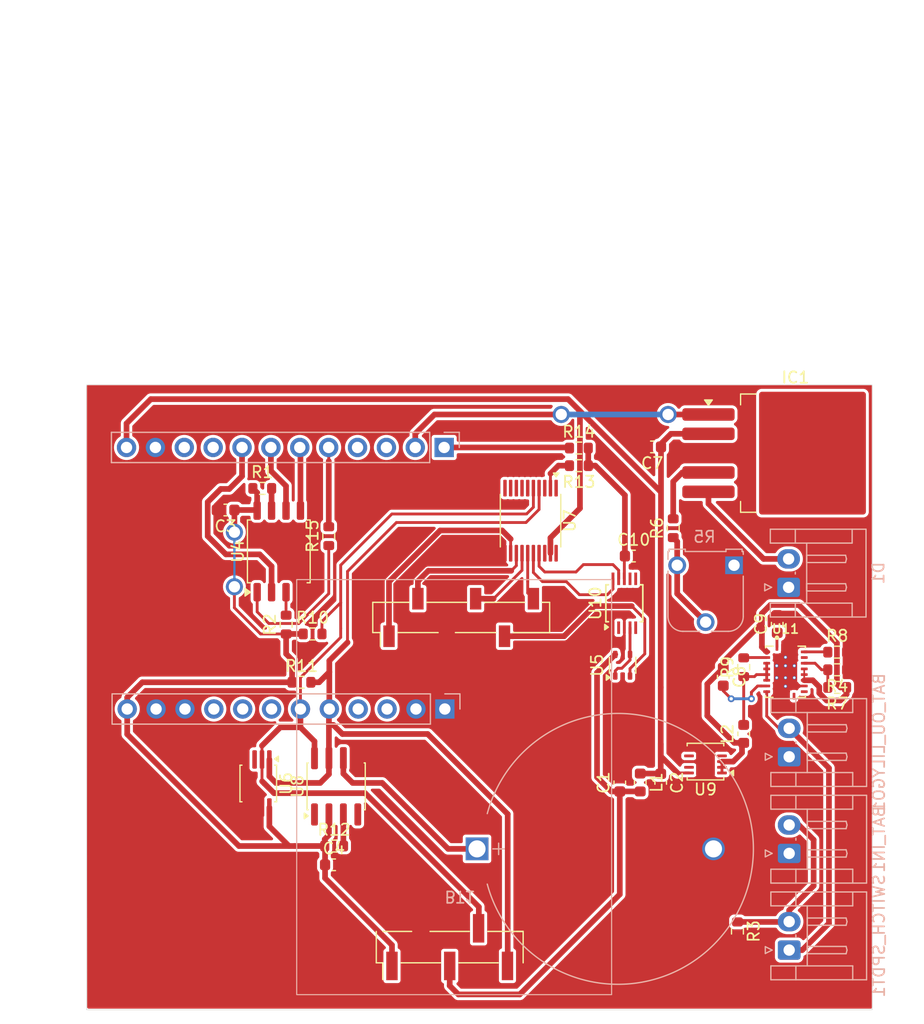
<source format=kicad_pcb>
(kicad_pcb (version 20241229) (generator "pcbnew") (generator_version "9.0")
  (layers (0 "F.Cu" signal) (2 "B.Cu" signal) (13 "F.Paste" user) (15 "B.Paste" user) (5 "F.SilkS" user "F.Silkscreen") (7 "B.SilkS" user "B.Silkscreen") (1 "F.Mask" user) (3 "B.Mask" user) (25 "Edge.Cuts" user))
  (net 0 "")
  (net 1 "GND")
  (net 2 "+3.7V_0")
  (net 3 "+3.7V")
  (net 4 "+BATT")
  (net 5 "/V_SPEC")
  (net 6 "5V")
  (net 7 "3.3V")
  (net 8 "+3V3")
  (net 9 "+5.5V")
  (net 10 "Net-(U11-BOOT)")
  (net 11 "Net-(U11-VCC)")
  (net 12 "Net-(D1-A)")
  (net 13 "/PWM_LED")
  (net 14 "Net-(IC1-RSET)")
  (net 15 "Net-(L2-Pad2)")
  (net 16 "Net-(U4-~{HOLD}{slash}~{RESET}{slash}IO_{3})")
  (net 17 "Net-(U4-~{WP}{slash}IO_{2})")
  (net 18 "Net-(U11-FB)")
  (net 19 "Net-(R5-E)")
  (net 20 "Net-(U11-ILIM)")
  (net 21 "Net-(U11-FSW)")
  (net 22 "/I2C_SCL")
  (net 23 "/I2C_SDA")
  (net 24 "Net-(U8-~{INT}{slash}SQW)")
  (net 25 "/GAIN_5V")
  (net 26 "Net-(U1-VIDEO)")
  (net 27 "/ST_5V")
  (net 28 "/CLK_5V")
  (net 29 "/EOS_5V")
  (net 30 "/SPI_CS_1_3V")
  (net 34 "/SPI_MOSI_3V")
  (net 35 "/SPI_CLK_3V")
  (net 38 "/SPI_MISO_3V")
  (net 39 "Net-(U10-AIN0)")
  (net 42 "/GAIN_3V")
  (net 43 "/I2C_SDA_5V")
  (net 47 "/ST_3V")
  (net 48 "/I2C_SCL_5V")
  (net 65 "/CLK_3V")
  (net 66 "/EOS_3V")
  (net 67 "Net-(U7-VCCA)")
  (net 68 "Net-(U3-GPIO10)")
  (net 69 "Net-(R14-Pad1)")
  (footprint "Capacitor_SMD:C_0603_1608Metric" (layer "F.Cu") (at 24.725 23.1 180)
    (property "Reference" "C3")
    (property "Value" "0.1uF")
  )
  (footprint "Package_DFN_QFN:DFN-10-1EP_3x3mm_P0.5mm_EP1.65x2.38mm" (layer "F.Cu") (at 66.9375 45.225 180)
    (property "Reference" "U9")
    (property "Value" "LT3045xDD")
  )
  (footprint "Resistor_SMD:R_0603_1608Metric" (layer "F.Cu") (at 70.3 36.925 90)
    (property "Reference" "R9")
    (property "Value" "40 K")
  )
  (footprint "Capacitor_SMD:C_0603_1608Metric" (layer "F.Cu") (at 68.5 37.775 -90)
    (property "Reference" "C8")
    (property "Value" "0.1uF")
  )
  (footprint "Package_TO_SOT_SMD:SOT-353_SC-70-5" (layer "F.Cu") (at 59.65 36.75 90)
    (property "Reference" "U5")
    (property "Value" "TLV9001IDCK")
  )
  (footprint "Capacitor_SMD:C_0603_1608Metric" (layer "F.Cu") (at 60.625 27.15)
    (property "Reference" "C10")
    (property "Value" "0.1uF")
  )
  (footprint "Capacitor_SMD:C_0603_1608Metric" (layer "F.Cu") (at 59.4 47.075 90)
    (property "Reference" "C1")
    (property "Value" "0.022uF" (hide yes))
  )
  (footprint "Resistor_SMD:R_0603_1608Metric" (layer "F.Cu") (at 30.05 33.175 90)
    (property "Reference" "R2")
    (property "Value" "10 K")
  )
  (footprint "Capacitor_SMD:C_0603_1608Metric" (layer "F.Cu") (at 63 47.075 -90)
    (property "Reference" "C2")
    (property "Value" "0.022uF")
  )
  (footprint "Package_SO:SOIC-8_5.3x5.3mm_P1.27mm" (layer "F.Cu") (at 29.405 26.7375 90)
    (property "Reference" "U4")
    (property "Value" "W25Q16JVSS")
  )
  (footprint "Resistor_SMD:R_0603_1608Metric" (layer "F.Cu") (at 34.275 52.65)
    (property "Reference" "R12")
    (property "Value" "10 K")
  )
  (footprint "Resistor_SMD:R_0603_1608Metric" (layer "F.Cu") (at 78.525 35.6)
    (property "Reference" "R8")
    (property "Value" "40 K")
  )
  (footprint "Package_SO:SOIC-8_3.9x4.9mm_P1.27mm" (layer "F.Cu") (at 34.45 47.4 90)
    (property "Reference" "U8")
    (property "Value" "DS3231MZ")
  )
  (footprint "Resistor_SMD:R_0603_1608Metric" (layer "F.Cu") (at 55.8 19.2 180)
    (property "Reference" "R13")
    (property "Value" "0")
  )
  (footprint "Resistor_SMD:R_0603_1608Metric" (layer "F.Cu") (at 78.525 37.15 180)
    (property "Reference" "R4")
    (property "Value" "22.1 K")
  )
  (footprint "Capacitor_SMD:C_0603_1608Metric" (layer "F.Cu") (at 73.25 33.125 90)
    (property "Reference" "C9")
    (property "Value" "0.1uF")
  )
  (footprint "Resistor_SMD:R_0603_1608Metric" (layer "F.Cu") (at 64.1 24.7 90)
    (property "Reference" "R6")
    (property "Value" "500")
  )
  (footprint "Resistor_SMD:R_0603_1608Metric" (layer "F.Cu") (at 78.525 38.7 180)
    (property "Reference" "R7")
    (property "Value" "56.2 K")
  )
  (footprint "Inductor_SMD:L_0603_1608Metric" (layer "F.Cu") (at 61.2 47.0625 -90)
    (property "Reference" "L1")
    (property "Value" "100uH")
  )
  (footprint "Resistor_SMD:R_0603_1608Metric" (layer "F.Cu") (at 31.4 38.25)
    (property "Reference" "R11")
    (property "Value" "4.7 K")
  )
  (footprint "Resistor_SMD:R_0603_1608Metric" (layer "F.Cu") (at 55.8 17.65)
    (property "Reference" "R14")
    (property "Value" "0")
  )
  (footprint "Package_SO:TSSOP-20_4.4x5mm_P0.5mm" (layer "F.Cu") (at 51.55 24.0375 -90)
    (property "Reference" "U7")
    (property "Value" "TRANSLATOR-TXS0108E")
  )
  (footprint "Package_SO:TSSOP-10_3x3mm_P0.5mm" (layer "F.Cu") (at 59.8 31.3 90)
    (property "Reference" "U10")
    (property "Value" "ADS1115IDGS")
  )
  (footprint "Resistor_SMD:R_0603_1608Metric" (layer "F.Cu") (at 33.8 25.4 90)
    (property "Reference" "R15")
    (property "Value" "0")
  )
  (footprint "Resistor_SMD:R_0603_1608Metric" (layer "F.Cu") (at 27.95 21.2)
    (property "Reference" "R1")
    (property "Value" "10 K")
  )
  (footprint "Resistor_SMD:R_0603_1608Metric" (layer "F.Cu") (at 69.75 60.15 -90)
    (property "Reference" "R3")
    (property "Value" "100 K")
  )
  (footprint "Resistor_SMD:R_0603_1608Metric" (layer "F.Cu") (at 32.375 34)
    (property "Reference" "R10")
    (property "Value" "4.7 K")
  )
  (footprint "Package_TO_SOT_SMD:TO-263-5_TabPin6" (layer "F.Cu") (at 74.85 18.1)
    (property "Reference" "IC1")
    (property "Value" "CAT4101")
  )
  (footprint "Inductor_SMD:L_0603_1608Metric" (layer "F.Cu") (at 70.3 42.7875 90)
    (property "Reference" "L2")
    (property "Value" "4.7uH")
  )
  (footprint "mioss:C12880MA+AS7331" (layer "F.Cu") (at 31.98 46.82 90)
    (property "Reference" "U1" (hide yes))
    (property "Value" "~" (hide yes))
  )
  (footprint "Capacitor_SMD:C_0603_1608Metric" (layer "F.Cu") (at 34.25 54.3)
    (property "Reference" "C4")
    (property "Value" "0.1uF")
  )
  (footprint "Capacitor_SMD:C_0603_1608Metric" (layer "F.Cu") (at 62.25 17.55 180)
    (property "Reference" "C7")
    (property "Value" "0.1uF")
  )
  (footprint "Package_SO:MSOP-8_3x3mm_P0.65mm" (layer "F.Cu") (at 27.6 47.15 -90)
    (property "Reference" "U6")
    (property "Value" "MCP9808_MSOP")
  )
  (footprint "mioss:IC_MSP430FR2522IRHLR" (layer "F.Cu") (at 73.975 37.325)
    (property "Reference" "U11")
    (property "Value" "TPS61088RHLT")
  )
  (footprint "Battery:BatteryHolder_MYOUNG_BS-07-A1BJ001_CR2032" (layer "B.Cu") (at 46.842546 52.9)
    (property "Reference" "BT1")
    (property "Value" "Battery_Cell")
  )
  (footprint "Connector_JST:JST_EH_S2B-EH_1x02_P2.50mm_Horizontal" (layer "B.Cu") (at 74.3 44.8 90)
    (property "Reference" "BAT_OU_LILYGO1")
    (property "Value" "M02-JST-2MM-SMT")
  )
  (footprint "Connector_JST:JST_EH_S2B-EH_1x02_P2.50mm_Horizontal" (layer "B.Cu") (at 74.3 53.3 90)
    (property "Reference" "BAT_IN1")
    (property "Value" "M02-JST-2MM-SMT")
  )
  (footprint "Connector_JST:JST_EH_S2B-EH_1x02_P2.50mm_Horizontal" (layer "B.Cu") (at 74.3 61.8 90)
    (property "Reference" "SWITCH_SPDT1")
    (property "Value" "M02-JST-2MM-SMT")
  )
  (footprint "micross:Untitled" (layer "B.Cu") (at 5.13 -21.5 90)
    (property "Reference" "U3" (hide yes))
    (property "Value" "LILTGO touch" (hide yes))
  )
  (footprint "Potentiometer_THT:Potentiometer_Runtron_RM-065_Vertical" (layer "B.Cu") (at 69.45 27.96 180)
    (property "Reference" "R5")
    (property "Value" "5K")
  )
  (footprint "Connector_JST:JST_EH_S2B-EH_1x02_P2.50mm_Horizontal" (layer "B.Cu") (at 74.25 29.9 90)
    (property "Reference" "D1")
    (property "Value" "LED")
  )
  (gr_rect (start 12.5 12.1) (end 81.6 67.05) (stroke (width 0.05)) (fill no) (layer "Edge.Cuts"))
  (segment (start 75.15 50.8) (end 74.3 50.8) (width 0.15) (layer "F.Cu") (net 2))
  (segment (start 76.45 56.15) (end 76.45 52.1) (width 0.5) (layer "F.Cu") (net 2))
  (segment (start 74.3 59.3) (end 74.3 58.3) (width 0.5) (layer "F.Cu") (net 2))
  (segment (start 74.275 59.325) (end 74.3 59.3) (width 0.15) (layer "F.Cu") (net 2))
  (segment (start 69.75 59.325) (end 74.275 59.325) (width 0.5) (layer "F.Cu") (net 2))
  (segment (start 76.45 52.1) (end 75.15 50.8) (width 0.5) (layer "F.Cu") (net 2))
  (segment (start 74.3 58.3) (end 76.45 56.15) (width 0.5) (layer "F.Cu") (net 2))
  (segment (start 72.325 41.225) (end 73.4 42.3) (width 0.25) (layer "F.Cu") (net 3))
  (segment (start 77.8 45.8) (end 74.3 42.3) (width 0.5) (layer "F.Cu") (net 3))
  (segment (start 74.3 61.8) (end 75.45 61.8) (width 0.5) (layer "F.Cu") (net 3))
  (segment (start 75.45 61.8) (end 77.8 59.45) (width 0.5) (layer "F.Cu") (net 3))
  (segment (start 77.8 59.45) (end 77.8 45.8) (width 0.5) (layer "F.Cu") (net 3))
  (segment (start 72.325 39.075) (end 72.325 41.225) (width 0.25) (layer "F.Cu") (net 3))
  (segment (start 73.4 42.3) (end 74.3 42.3) (width 0.25) (layer "F.Cu") (net 3))
  (segment (start 35.085 44.925) (end 35.085 46.285) (width 0.5) (layer "F.Cu") (net 4))
  (segment (start 35.9 47.1) (end 38.5 47.1) (width 0.5) (layer "F.Cu") (net 4))
  (segment (start 35.085 46.285) (end 35.9 47.1) (width 0.5) (layer "F.Cu") (net 4))
  (segment (start 46.842546 52.9) (end 44.3 52.9) (width 0.5) (layer "F.Cu") (net 4))
  (segment (start 38.5 47.1) (end 44.3 52.9) (width 0.5) (layer "F.Cu") (net 4))
  (segment (start 61.2 47.85) (end 59.4 47.85) (width 0.5) (layer "F.Cu") (net 5))
  (segment (start 58.65 47.85) (end 59.4 47.85) (width 0.5) (layer "F.Cu") (net 5))
  (segment (start 59.4 56.9) (end 59.4 47.85) (width 0.5) (layer "F.Cu") (net 5))
  (segment (start 45.2 65.7) (end 50.6 65.7) (width 0.5) (layer "F.Cu") (net 5))
  (segment (start 44.44 64.94) (end 45.2 65.7) (width 0.5) (layer "F.Cu") (net 5))
  (segment (start 59 35.8) (end 57.4 37.4) (width 0.5) (layer "F.Cu") (net 5))
  (segment (start 57.4 37.4) (end 57.4 46.6) (width 0.5) (layer "F.Cu") (net 5))
  (segment (start 50.6 65.7) (end 59.4 56.9) (width 0.5) (layer "F.Cu") (net 5))
  (segment (start 57.4 46.6) (end 58.65 47.85) (width 0.5) (layer "F.Cu") (net 5))
  (segment (start 44.44 63.11) (end 44.44 64.94) (width 0.5) (layer "F.Cu") (net 5))
  (segment (start 53.3 25.55) (end 55.895 22.955) (width 0.5) (layer "F.Cu") (net 6))
  (segment (start 63.025 17.275) (end 63.9 16.4) (width 0.5) (layer "F.Cu") (net 6))
  (segment (start 64.475 46.225) (end 65.4875 46.225) (width 0.25) (layer "F.Cu") (net 6))
  (segment (start 63 21.5) (end 55.895 14.395) (width 0.5) (layer "F.Cu") (net 6))
  (segment (start 63.025 17.55) (end 63.025 17.275) (width 0.15) (layer "F.Cu") (net 6))
  (segment (start 62.975 46.275) (end 63 46.3) (width 0.5) (layer "F.Cu") (net 6))
  (segment (start 55.895 22.955) (end 55.895 14.395) (width 0.5) (layer "F.Cu") (net 6))
  (segment (start 63 24.05) (end 63 22.4) (width 0.2) (layer "F.Cu") (net 6))
  (segment (start 16.01 15.49) (end 16.01 17.6) (width 0.5) (layer "F.Cu") (net 6))
  (segment (start 63 38.7) (end 63 24.05) (width 0.5) (layer "F.Cu") (net 6))
  (segment (start 63 38.7) (end 63 43.7) (width 0.5) (layer "F.Cu") (net 6))
  (segment (start 54.85 13.35) (end 18.15 13.35) (width 0.5) (layer "F.Cu") (net 6))
  (segment (start 63 22.15) (end 63 21.5) (width 0.2) (layer "F.Cu") (net 6))
  (segment (start 63.025 24.025) (end 63 24.05) (width 0.15) (layer "F.Cu") (net 6))
  (segment (start 53.3 26.9) (end 53.3 25.55) (width 0.5) (layer "F.Cu") (net 6))
  (segment (start 55.895 14.395) (end 54.85 13.35) (width 0.5) (layer "F.Cu") (net 6))
  (segment (start 63.9 16.4) (end 67.2 16.4) (width 0.5) (layer "F.Cu") (net 6))
  (segment (start 63 39.45) (end 63 38.7) (width 0.2) (layer "F.Cu") (net 6))
  (segment (start 61.2 46.275) (end 62.975 46.275) (width 0.5) (layer "F.Cu") (net 6))
  (segment (start 63 43.7) (end 63 44.75) (width 0.5) (layer "F.Cu") (net 6))
  (segment (start 63 22.4) (end 63 22.15) (width 0.2) (layer "F.Cu") (net 6))
  (segment (start 63 43.7) (end 63 46.1) (width 0.5) (layer "F.Cu") (net 6))
  (segment (start 63.025 17.55) (end 63.025 24.025) (width 0.5) (layer "F.Cu") (net 6))
  (segment (start 18.15 13.35) (end 16.01 15.49) (width 0.5) (layer "F.Cu") (net 6))
  (segment (start 63 44.75) (end 64.475 46.225) (width 0.5) (layer "F.Cu") (net 6))
  (segment (start 30.3 52.65) (end 28.575 50.925) (width 0.5) (layer "F.Cu") (net 8))
  (segment (start 16.07 42.82) (end 16.07 40.6) (width 0.5) (layer "F.Cu") (net 8))
  (segment (start 30.05 35.75) (end 30.575 36.275) (width 0.5) (layer "F.Cu") (net 8))
  (segment (start 25.55 23.1) (end 25.7 23.25) (width 0.15) (layer "F.Cu") (net 8))
  (segment (start 33.475 52.675) (end 33.45 52.65) (width 0.15) (layer "F.Cu") (net 8))
  (segment (start 33.475 54.3) (end 33.475 52.675) (width 0.5) (layer "F.Cu") (net 8))
  (segment (start 59.8 29.15) (end 59.8 27.15) (width 0.25) (layer "F.Cu") (net 8))
  (segment (start 28.575 50.925) (end 28.575 49.2625) (width 0.5) (layer "F.Cu") (net 8))
  (segment (start 39.36 63.11) (end 39.36 61.36) (width 0.5) (layer "F.Cu") (net 8))
  (segment (start 30.575 38.25) (end 17.4 38.25) (width 0.5) (layer "F.Cu") (net 8))
  (segment (start 56.625 19.2) (end 57.25 19.2) (width 0.5) (layer "F.Cu") (net 8))
  (segment (start 30.8 52.65) (end 30.3 52.65) (width 0.15) (layer "F.Cu") (net 8))
  (segment (start 30.8 52.65) (end 25.9 52.65) (width 0.5) (layer "F.Cu") (net 8))
  (segment (start 27.5 21.575) (end 27.125 21.2) (width 0.5) (layer "F.Cu") (net 8))
  (segment (start 27.5 23.15) (end 27.5 21.575) (width 0.5) (layer "F.Cu") (net 8))
  (segment (start 27.45 23.2) (end 27.5 23.15) (width 0.15) (layer "F.Cu") (net 8))
  (segment (start 33.815 51.685) (end 33.815 49.875) (width 0.5) (layer "F.Cu") (net 8))
  (segment (start 30.05 34) (end 30.05 35.75) (width 0.5) (layer "F.Cu") (net 8))
  (segment (start 27.45 23.1) (end 25.5 23.1) (width 0.5) (layer "F.Cu") (net 8))
  (segment (start 25.5 31.7) (end 27.8 34) (width 0.25) (layer "F.Cu") (net 8))
  (segment (start 27.8 34) (end 30.05 34) (width 0.25) (layer "F.Cu") (net 8))
  (segment (start 59.85 21.8) (end 59.85 27.15) (width 0.5) (layer "F.Cu") (net 8))
  (segment (start 39.36 61.36) (end 33.475 55.475) (width 0.5) (layer "F.Cu") (net 8))
  (segment (start 25.525 25.025) (end 25.5 25.05) (width 0.15) (layer "F.Cu") (net 8))
  (segment (start 25.9 52.65) (end 16.07 42.82) (width 0.5) (layer "F.Cu") (net 8))
  (segment (start 33.45 52.05) (end 33.815 51.685) (width 0.5) (layer "F.Cu") (net 8))
  (segment (start 16.07 39.58) (end 16.07 40.6) (width 0.5) (layer "F.Cu") (net 8))
  (segment (start 30.05 34) (end 31.55 34) (width 0.5) (layer "F.Cu") (net 8))
  (segment (start 33.475 55.475) (end 33.475 54.3) (width 0.5) (layer "F.Cu") (net 8))
  (segment (start 17.4 38.25) (end 16.07 39.58) (width 0.5) (layer "F.Cu") (net 8))
  (segment (start 25.5 29.85) (end 25.5 31.7) (width 0.25) (layer "F.Cu") (net 8))
  (segment (start 33.45 52.65) (end 33.45 52.05) (width 0.5) (layer "F.Cu") (net 8))
  (segment (start 30.575 36.275) (end 30.575 38.25) (width 0.5) (layer "F.Cu") (net 8))
  (segment (start 25.5 25.05) (end 25.5 23.1) (width 0.5) (layer "F.Cu") (net 8))
  (segment (start 57.25 19.2) (end 59.85 21.8) (width 0.5) (layer "F.Cu") (net 8))
  (segment (start 56.625 17.65) (end 56.625 19.2) (width 0.5) (layer "F.Cu") (net 8))
  (segment (start 27.5 23.15) (end 27.45 23.1) (width 0.15) (layer "F.Cu") (net 8))
  (segment (start 33.45 52.65) (end 30.8 52.65) (width 0.5) (layer "F.Cu") (net 8))
  (via (at 25.5 25.05) (size 1.5) (drill 1) (layers "F.Cu" "B.Cu") (net 8))
  (via (at 25.5 29.85) (size 1.5) (drill 1) (layers "F.Cu" "B.Cu") (net 8))
  (segment (start 25.5 25.05) (end 25.5 29.85) (width 0.2) (layer "B.Cu") (net 8))
  (segment (start 69.2 35.75) (end 71.9 33.05) (width 0.5) (layer "F.Cu") (net 9))
  (segment (start 78.8 38.7) (end 79.35 38.7) (width 0.5) (layer "F.Cu") (net 9))
  (segment (start 78.8 39.85) (end 77.6 39.85) (width 0.5) (layer "F.Cu") (net 9))
  (segment (start 75.15 31.45) (end 78.5 34.8) (width 0.5) (layer "F.Cu") (net 9))
  (segment (start 69.2 35.75) (end 69.375 35.575) (width 0.15) (layer "F.Cu") (net 9))
  (segment (start 68.5 36.45) (end 69.2 35.75) (width 0.5) (layer "F.Cu") (net 9))
  (segment (start 68.3875 45.725) (end 68.3875 45.225) (width 0.25) (layer "F.Cu") (net 9))
  (segment (start 68.5 37) (end 68.5 36.45) (width 0.5) (layer "F.Cu") (net 9))
  (segment (start 71.9 35.15) (end 71.9 33.05) (width 0.5) (layer "F.Cu") (net 9))
  (segment (start 75.625 37.575) (end 75.625 37.075) (width 0.15) (layer "F.Cu") (net 9))
  (segment (start 76.95 38.65) (end 76.375 38.075) (width 0.5) (layer "F.Cu") (net 9))
  (segment (start 71.9 32.2) (end 72.65 31.45) (width 0.5) (layer "F.Cu") (net 9))
  (segment (start 76.375 38.075) (end 75.625 38.075) (width 0.5) (layer "F.Cu") (net 9))
  (segment (start 75.65 38.1) (end 75.625 38.075) (width 0.15) (layer "F.Cu") (net 9))
  (segment (start 67.1 38.4) (end 68.5 37) (width 0.5) (layer "F.Cu") (net 9))
  (segment (start 70.15 44.45) (end 70.15 43.6) (width 0.5) (layer "F.Cu") (net 9))
  (segment (start 79.35 39.3) (end 78.8 39.85) (width 0.5) (layer "F.Cu") (net 9))
  (segment (start 67.1 41.2) (end 67.1 38.4) (width 0.5) (layer "F.Cu") (net 9))
  (segment (start 71.9 33.05) (end 71.9 32.2) (width 0.5) (layer "F.Cu") (net 9))
  (segment (start 69.475 43.575) (end 67.1 41.2) (width 0.5) (layer "F.Cu") (net 9))
  (segment (start 68.3875 46.225) (end 68.3875 45.725) (width 0.25) (layer "F.Cu") (net 9))
  (segment (start 70.3 43.575) (end 69.475 43.575) (width 0.5) (layer "F.Cu") (net 9))
  (segment (start 72.325 35.575) (end 71.9 35.15) (width 0.5) (layer "F.Cu") (net 9))
  (segment (start 68.3875 45.225) (end 69.375 45.225) (width 0.5) (layer "F.Cu") (net 9))
  (segment (start 78.5 38.4) (end 78.8 38.7) (width 0.5) (layer "F.Cu") (net 9))
  (segment (start 75.625 38.075) (end 75.625 37.575) (width 0.15) (layer "F.Cu") (net 9))
  (segment (start 76.95 39.2) (end 76.95 38.65) (width 0.5) (layer "F.Cu") (net 9))
  (segment (start 69.375 45.225) (end 70.15 44.45) (width 0.5) (layer "F.Cu") (net 9))
  (segment (start 79.35 38.7) (end 79.35 39.3) (width 0.5) (layer "F.Cu") (net 9))
  (segment (start 78.5 34.8) (end 78.5 38.4) (width 0.5) (layer "F.Cu") (net 9))
  (segment (start 72.65 31.45) (end 75.15 31.45) (width 0.5) (layer "F.Cu") (net 9))
  (segment (start 77.6 39.85) (end 76.95 39.2) (width 0.5) (layer "F.Cu") (net 9))
  (segment (start 71.525 38.575) (end 71.895726 38.575) (width 0.25) (layer "F.Cu") (net 10))
  (segment (start 68.5 39) (end 69.2 39.7) (width 0.25) (layer "F.Cu") (net 10))
  (segment (start 72.3 38.55) (end 72.325 38.575) (width 0.15) (layer "F.Cu") (net 10))
  (segment (start 68.5 38.55) (end 68.5 39) (width 0.25) (layer "F.Cu") (net 10))
  (segment (start 70.979 39.7) (end 70.979 39.121) (width 0.25) (layer "F.Cu") (net 10))
  (segment (start 70.979 39.121) (end 71.525 38.575) (width 0.25) (layer "F.Cu") (net 10))
  (segment (start 71.775 38.575) (end 72.325 38.575) (width 0.25) (layer "F.Cu") (net 10))
  (via (at 69.2 39.7) (size 0.6) (drill 0.3) (layers "F.Cu" "B.Cu") (net 10))
  (via (at 70.979 39.7) (size 0.6) (drill 0.3) (layers "F.Cu" "B.Cu") (net 10))
  (segment (start 69.2 39.7) (end 70.979 39.7) (width 0.25) (layer "B.Cu") (net 10))
  (segment (start 73.225 33.675) (end 73.25 33.65) (width 0.15) (layer "F.Cu") (net 11))
  (segment (start 73.225 35.175) (end 73.225 33.675) (width 0.25) (layer "F.Cu") (net 11))
  (segment (start 72.05 27.4) (end 74.25 27.4) (width 0.5) (layer "F.Cu") (net 12))
  (segment (start 67.2 22.55) (end 72.05 27.4) (width 0.5) (layer "F.Cu") (net 12))
  (segment (start 67.2 21.5) (end 67.2 22.55) (width 0.5) (layer "F.Cu") (net 12))
  (segment (start 54.25 14.7) (end 43.1 14.7) (width 0.5) (layer "F.Cu") (net 13))
  (segment (start 43.1 14.7) (end 41.41 16.39) (width 0.5) (layer "F.Cu") (net 13))
  (segment (start 63.6 14.7) (end 63.65 14.7) (width 0.15) (layer "F.Cu") (net 13))
  (segment (start 63.65 14.7) (end 67.2 14.7) (width 0.5) (layer "F.Cu") (net 13))
  (segment (start 41.41 16.39) (end 41.41 17.6) (width 0.5) (layer "F.Cu") (net 13))
  (via (at 54.25 14.7) (size 1.5) (drill 1) (layers "F.Cu" "B.Cu") (net 13))
  (via (at 63.65 14.7) (size 1.5) (drill 1) (layers "F.Cu" "B.Cu") (net 13))
  (segment (start 54.25 14.7) (end 63.6 14.7) (width 0.5) (layer "B.Cu") (net 13))
  (segment (start 64.1 20.6) (end 64.9 19.8) (width 0.5) (layer "F.Cu") (net 14))
  (segment (start 64.1 23.875) (end 64.1 20.6) (width 0.5) (layer "F.Cu") (net 14))
  (segment (start 64.9 19.8) (end 67.2 19.8) (width 0.5) (layer "F.Cu") (net 14))
  (segment (start 71.25 37.75) (end 70.25 37.75) (width 0.25) (layer "F.Cu") (net 15))
  (segment (start 70.3 42) (end 70.3 37.75) (width 0.25) (layer "F.Cu") (net 15))
  (segment (start 72.325 37.575) (end 71.425 37.575) (width 0.25) (layer "F.Cu") (net 15))
  (segment (start 72.325 37.575) (end 72.325 37.075) (width 0.25) (layer "F.Cu") (net 15))
  (segment (start 70.15 37.85) (end 70.25 37.75) (width 0.15) (layer "F.Cu") (net 15))
  (segment (start 72.325 37.075) (end 72.325 36.575) (width 0.25) (layer "F.Cu") (net 15))
  (segment (start 71.425 37.575) (end 71.25 37.75) (width 0.25) (layer "F.Cu") (net 15))
  (segment (start 72.325 38.075) (end 72.325 37.575) (width 0.25) (layer "F.Cu") (net 15))
  (segment (start 70.15 37.8) (end 70.1 37.75) (width 0.25) (layer "F.Cu") (net 15))
  (segment (start 28.77 21.205) (end 28.775 21.2) (width 0.15) (layer "F.Cu") (net 16))
  (segment (start 28.77 23.15) (end 28.77 21.205) (width 0.5) (layer "F.Cu") (net 16))
  (segment (start 30.04 30.325) (end 30.04 32.34) (width 0.25) (layer "F.Cu") (net 17))
  (segment (start 30.04 32.34) (end 30.05 32.35) (width 0.15) (layer "F.Cu") (net 17))
  (segment (start 77.7 38.7) (end 77.7 37.15) (width 0.25) (layer "F.Cu") (net 18))
  (segment (start 77.15 37.15) (end 76.575 36.575) (width 0.25) (layer "F.Cu") (net 18))
  (segment (start 76.575 36.575) (end 75.625 36.575) (width 0.25) (layer "F.Cu") (net 18))
  (segment (start 77.7 37.15) (end 77.15 37.15) (width 0.25) (layer "F.Cu") (net 18))
  (segment (start 64.45 30.46) (end 64.45 27.96) (width 0.5) (layer "F.Cu") (net 19))
  (segment (start 64.45 25.875) (end 64.1 25.525) (width 0.5) (layer "F.Cu") (net 19))
  (segment (start 66.95 32.96) (end 64.45 30.46) (width 0.5) (layer "F.Cu") (net 19))
  (segment (start 64.45 27.96) (end 64.45 25.875) (width 0.5) (layer "F.Cu") (net 19))
  (segment (start 75.625 35.575) (end 77.675 35.575) (width 0.25) (layer "F.Cu") (net 20))
  (segment (start 77.675 35.575) (end 77.7 35.6) (width 0.15) (layer "F.Cu") (net 20))
  (segment (start 70.325 36.075) (end 72.325 36.075) (width 0.25) (layer "F.Cu") (net 21))
  (segment (start 70.25 36.1) (end 70.3 36.1) (width 0.15) (layer "F.Cu") (net 21))
  (segment (start 70.3 36.1) (end 70.325 36.075) (width 0.15) (layer "F.Cu") (net 21))
  (segment (start 47 59.7) (end 47 58) (width 0.5) (layer "F.Cu") (net 22))
  (segment (start 31.31 37.84) (end 31.31 40.6) (width 0.25) (layer "F.Cu") (net 22))
  (segment (start 30.5 48) (end 28.982268 48) (width 0.5) (layer "F.Cu") (net 22))
  (segment (start 29.54 42.21) (end 31.31 42.21) (width 0.5) (layer "F.Cu") (net 22))
  (segment (start 27.925 45.0375) (end 27.925 43.825) (width 0.25) (layer "F.Cu") (net 22))
  (segment (start 32.545 43.445) (end 31.31 42.21) (width 0.5) (layer "F.Cu") (net 22))
  (segment (start 27.925 46.942732) (end 28.141134 47.158866) (width 0.25) (layer "F.Cu") (net 22))
  (segment (start 34.85 31.25) (end 34.85 33.5) (width 0.25) (layer "F.Cu") (net 22))
  (segment (start 34.85 27.95) (end 34.85 31.25) (width 0.25) (layer "F.Cu") (net 22))
  (segment (start 51.8 22.85) (end 51.2 23.45) (width 0.25) (layer "F.Cu") (net 22))
  (segment (start 33.2 32.9) (end 34.85 31.25) (width 0.25) (layer "F.Cu") (net 22))
  (segment (start 28.982268 48) (end 28.141134 47.158866) (width 0.5) (layer "F.Cu") (net 22))
  (segment (start 31.31 42.21) (end 31.31 40.6) (width 0.5) (layer "F.Cu") (net 22))
  (segment (start 39.35 23.45) (end 34.85 27.95) (width 0.25) (layer "F.Cu") (net 22))
  (segment (start 28.141134 47.158866) (end 27.941134 46.958865) (width 0.5) (layer "F.Cu") (net 22))
  (segment (start 37 48) (end 30.5 48) (width 0.5) (layer "F.Cu") (net 22))
  (segment (start 32.545 44.925) (end 32.545 43.445) (width 0.5) (layer "F.Cu") (net 22))
  (segment (start 33.2 34) (end 33.2 32.9) (width 0.25) (layer "F.Cu") (net 22))
  (segment (start 34.85 34.3) (end 31.31 37.84) (width 0.25) (layer "F.Cu") (net 22))
  (segment (start 44.7 55.7) (end 37 48) (width 0.5) (layer "F.Cu") (net 22))
  (segment (start 47 58) (end 44.7 55.7) (width 0.5) (layer "F.Cu") (net 22))
  (segment (start 34.85 33.5) (end 34.85 34.3) (width 0.25) (layer "F.Cu") (net 22))
  (segment (start 27.925 45.0375) (end 27.925 46.942732) (width 0.25) (layer "F.Cu") (net 22))
  (segment (start 51.8 21.175) (end 51.8 22.85) (width 0.25) (layer "F.Cu") (net 22))
  (segment (start 51.2 23.45) (end 39.35 23.45) (width 0.25) (layer "F.Cu") (net 22))
  (segment (start 27.925 43.825) (end 29.54 42.21) (width 0.5) (layer "F.Cu") (net 22))
  (segment (start 28.575 46.525) (end 28.575 45.0375) (width 0.5) (layer "F.Cu") (net 23))
  (segment (start 33.815 40.635) (end 33.85 40.6) (width 0.15) (layer "F.Cu") (net 23))
  (segment (start 39.75 24.2) (end 35.45 28.5) (width 0.25) (layer "F.Cu") (net 23))
  (segment (start 33.85 37.35) (end 33.85 40.6) (width 0.5) (layer "F.Cu") (net 23))
  (segment (start 51.15 24.2) (end 39.75 24.2) (width 0.25) (layer "F.Cu") (net 23))
  (segment (start 49.54 49.84) (end 49.54 63.01) (width 0.5) (layer "F.Cu") (net 23))
  (segment (start 33.815 44.925) (end 33.815 42) (width 0.5) (layer "F.Cu") (net 23))
  (segment (start 32.95 38.25) (end 33.85 37.35) (width 0.5) (layer "F.Cu") (net 23))
  (segment (start 29.15 47.1) (end 28.575 46.525) (width 0.5) (layer "F.Cu") (net 23))
  (segment (start 52.3 21.175) (end 52.3 23.05) (width 0.25) (layer "F.Cu") (net 23))
  (segment (start 33.815 44.925) (end 33.815 46.335) (width 0.5) (layer "F.Cu") (net 23))
  (segment (start 32.225 38.25) (end 32.95 38.25) (width 0.5) (layer "F.Cu") (net 23))
  (segment (start 35.45 34.75) (end 33.85 36.35) (width 0.5) (layer "F.Cu") (net 23))
  (segment (start 35.45 28.5) (end 35.45 34.75) (width 0.25) (layer "F.Cu") (net 23))
  (segment (start 33.815 42) (end 33.815 40.635) (width 0.5) (layer "F.Cu") (net 23))
  (segment (start 33.85 36.35) (end 33.85 37.35) (width 0.5) (layer "F.Cu") (net 23))
  (segment (start 42.5 42.8) (end 49.54 49.84) (width 0.5) (layer "F.Cu") (net 23))
  (segment (start 35 42.8) (end 42.5 42.8) (width 0.5) (layer "F.Cu") (net 23))
  (segment (start 33.05 47.1) (end 29.15 47.1) (width 0.5) (layer "F.Cu") (net 23))
  (segment (start 33.815 46.335) (end 33.05 47.1) (width 0.5) (layer "F.Cu") (net 23))
  (segment (start 33.815 42) (end 34.2 42) (width 0.5) (layer "F.Cu") (net 23))
  (segment (start 34.2 42) (end 35 42.8) (width 0.5) (layer "F.Cu") (net 23))
  (segment (start 52.3 23.05) (end 51.15 24.2) (width 0.25) (layer "F.Cu") (net 23))
  (segment (start 35.1 52.6) (end 35.085 52.585) (width 0.15) (layer "F.Cu") (net 24))
  (segment (start 35.1 52.65) (end 35.1 52.6) (width 0.15) (layer "F.Cu") (net 24))
  (segment (start 35.085 52.585) (end 35.085 49.875) (width 0.5) (layer "F.Cu") (net 24))
  (segment (start 50.3 27.995) (end 49.85 28.445) (width 0.25) (layer "F.Cu") (net 25))
  (segment (start 42.555 28.445) (end 41.64 29.36) (width 0.5) (layer "F.Cu") (net 25))
  (segment (start 41.64 29.36) (end 41.64 30.9) (width 0.5) (layer "F.Cu") (net 25))
  (segment (start 50.3 26.9) (end 50.3 27.995) (width 0.25) (layer "F.Cu") (net 25))
  (segment (start 49.85 28.445) (end 42.555 28.445) (width 0.5) (layer "F.Cu") (net 25))
  (segment (start 60.45 31.55) (end 57.15 31.55) (width 0.5) (layer "F.Cu") (net 26))
  (segment (start 61.6 35.75) (end 61.6 32.7) (width 0.25) (layer "F.Cu") (net 26))
  (segment (start 57.15 31.55) (end 54.5 34.2) (width 0.5) (layer "F.Cu") (net 26))
  (segment (start 60.3 37.05) (end 61.6 35.75) (width 0.25) (layer "F.Cu") (net 26))
  (segment (start 54.5 34.2) (end 49.26 34.2) (width 0.5) (layer "F.Cu") (net 26))
  (segment (start 61.6 32.7) (end 60.45 31.55) (width 0.25) (layer "F.Cu") (net 26))
  (segment (start 60.3 37.45) (end 60.3 37.05) (width 0.25) (layer "F.Cu") (net 26))
  (segment (start 49.8 26.9) (end 49.8 25.65) (width 0.25) (layer "F.Cu") (net 27))
  (segment (start 39.1 29.4) (end 39.1 34.2) (width 0.5) (layer "F.Cu") (net 27))
  (segment (start 49.8 25.65) (end 49.05 24.9) (width 0.5) (layer "F.Cu") (net 27))
  (segment (start 49.05 24.9) (end 43.6 24.9) (width 0.5) (layer "F.Cu") (net 27))
  (segment (start 43.6 24.9) (end 39.1 29.4) (width 0.5) (layer "F.Cu") (net 27))
  (segment (start 51.3 30.4) (end 51.8 30.9) (width 0.25) (layer "F.Cu") (net 28))
  (segment (start 51.3 29.4) (end 51.3 30.4) (width 0.25) (layer "F.Cu") (net 28))
  (segment (start 51.3 29.4) (end 51.3 26.9) (width 0.25) (layer "F.Cu") (net 28))
  (segment (start 50.8 28.4) (end 48.3 30.9) (width 0.25) (layer "F.Cu") (net 29))
  (segment (start 48.3 30.9) (end 46.72 30.9) (width 0.5) (layer "F.Cu") (net 29))
  (segment (start 50.8 26.9) (end 50.8 28.4) (width 0.25) (layer "F.Cu") (net 29))
  (segment (start 27.5 32.05) (end 27.5 30.325) (width 0.25) (layer "F.Cu") (net 30))
  (segment (start 28.53 33.08) (end 27.5 32.05) (width 0.25) (layer "F.Cu") (net 30))
  (segment (start 31.17 33.08) (end 28.53 33.08) (width 0.25) (layer "F.Cu") (net 30))
  (segment (start 33.8 26.225) (end 33.8 30.45) (width 0.25) (layer "F.Cu") (net 30))
  (segment (start 33.8 30.45) (end 31.17 33.08) (width 0.25) (layer "F.Cu") (net 30))
  (segment (start 31.31 23.15) (end 31.31 17.66) (width 0.5) (layer "F.Cu") (net 34))
  (segment (start 31.31 17.66) (end 31.25 17.6) (width 0.15) (layer "F.Cu") (net 34))
  (segment (start 28.71 19.66) (end 28.71 17.6) (width 0.5) (layer "F.Cu") (net 35))
  (segment (start 30.04 20.99) (end 28.71 19.66) (width 0.5) (layer "F.Cu") (net 35))
  (segment (start 30.04 23.15) (end 30.04 20.99) (width 0.5) (layer "F.Cu") (net 35))
  (segment (start 23.15 25.4) (end 24.75 27) (width 0.5) (layer "F.Cu") (net 38))
  (segment (start 28.77 28.05) (end 28.77 30.325) (width 0.5) (layer "F.Cu") (net 38))
  (segment (start 25.05 21.25) (end 24.3 21.25) (width 0.5) (layer "F.Cu") (net 38))
  (segment (start 24.75 27) (end 27.72 27) (width 0.5) (layer "F.Cu") (net 38))
  (segment (start 26.17 20.13) (end 25.05 21.25) (width 0.5) (layer "F.Cu") (net 38))
  (segment (start 23.15 22.4) (end 23.15 25.4) (width 0.5) (layer "F.Cu") (net 38))
  (segment (start 26.17 17.6) (end 26.17 20.13) (width 0.5) (layer "F.Cu") (net 38))
  (segment (start 24.3 21.25) (end 23.15 22.4) (width 0.5) (layer "F.Cu") (net 38))
  (segment (start 27.72 27) (end 28.77 28.05) (width 0.5) (layer "F.Cu") (net 38))
  (segment (start 59.58 37.02) (end 59.23 37.02) (width 0.25) (layer "F.Cu") (net 39))
  (segment (start 59 37.7) (end 59 37.25) (width 0.25) (layer "F.Cu") (net 39))
  (segment (start 60.3 33.45) (end 60.3 36.3) (width 0.25) (layer "F.Cu") (net 39))
  (segment (start 60.3 36.3) (end 59.58 37.02) (width 0.25) (layer "F.Cu") (net 39))
  (segment (start 59 37.25) (end 59.23 37.02) (width 0.25) (layer "F.Cu") (net 39))
  (segment (start 52.8 28.55) (end 52.3 28.05) (width 0.25) (layer "F.Cu") (net 43))
  (segment (start 55.55 28.55) (end 52.8 28.55) (width 0.25) (layer "F.Cu") (net 43))
  (segment (start 59.3 28.4) (end 58.8 27.9) (width 0.25) (layer "F.Cu") (net 43))
  (segment (start 58.8 27.9) (end 56.2 27.9) (width 0.25) (layer "F.Cu") (net 43))
  (segment (start 56.2 27.9) (end 55.55 28.55) (width 0.25) (layer "F.Cu") (net 43))
  (segment (start 52.3 28.05) (end 52.3 26.9) (width 0.25) (layer "F.Cu") (net 43))
  (segment (start 59.3 29.15) (end 59.3 28.4) (width 0.25) (layer "F.Cu") (net 43))
  (segment (start 58.3 30.55) (end 58.8 30.05) (width 0.25) (layer "F.Cu") (net 48))
  (segment (start 54.7 29.4) (end 55.85 30.55) (width 0.25) (layer "F.Cu") (net 48))
  (segment (start 58.8 30.05) (end 58.8 29.15) (width 0.25) (layer "F.Cu") (net 48))
  (segment (start 52.6 29.4) (end 54.7 29.4) (width 0.25) (layer "F.Cu") (net 48))
  (segment (start 51.8 26.9) (end 51.8 28.6) (width 0.25) (layer "F.Cu") (net 48))
  (segment (start 51.8 28.6) (end 52.6 29.4) (width 0.25) (layer "F.Cu") (net 48))
  (segment (start 55.85 30.55) (end 58.3 30.55) (width 0.25) (layer "F.Cu") (net 48))
  (segment (start 54 19.2) (end 54.975 19.2) (width 0.5) (layer "F.Cu") (net 67))
  (segment (start 53.3 19.9) (end 53.3 21.175) (width 0.25) (layer "F.Cu") (net 67))
  (segment (start 54 19.2) (end 53.3 19.9) (width 0.5) (layer "F.Cu") (net 67))
  (segment (start 33.8 24.575) (end 33.8 18.8) (width 0.5) (layer "F.Cu") (net 68))
  (segment (start 33.8 17.61) (end 33.79 17.6) (width 0.15) (layer "F.Cu") (net 68))
  (segment (start 33.8 20.475) (end 33.8 17.61) (width 0.25) (layer "F.Cu") (net 68))
  (segment (start 43.95 17.6) (end 54.925 17.6) (width 0.5) (layer "F.Cu") (net 69))
  (segment (start 54.925 17.6) (end 54.975 17.65) (width 0.15) (layer "F.Cu") (net 69))
  (zone (net 1) (net_name "GND") (layer "F.Cu") (connect_pads yes (clearance 0.15)) (min_thickness 0.25) (fill yes (thermal_gap 0.5) (thermal_bridge_width 0.5))
    (polygon (pts (xy 81.6 12.1) (xy 81.65 66.95) (xy 12.55 66.95) (xy 12.5 12.1)))
  )
)
</source>
